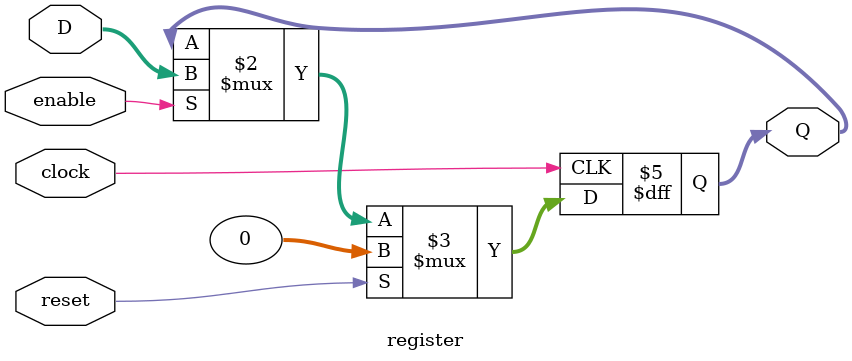
<source format=v>
module register #(parameter WIDTH = 32, INIT = 0)
(
    input  clock,
    input  reset,
    input  enable,
    input  [(WIDTH-1):0] D,
    output reg [(WIDTH-1):0] Q
);

    initial
        Q = INIT;

    always @(posedge clock) begin
        Q <= (reset) ? INIT : ((enable) ? D : Q);
    end

endmodule
</source>
